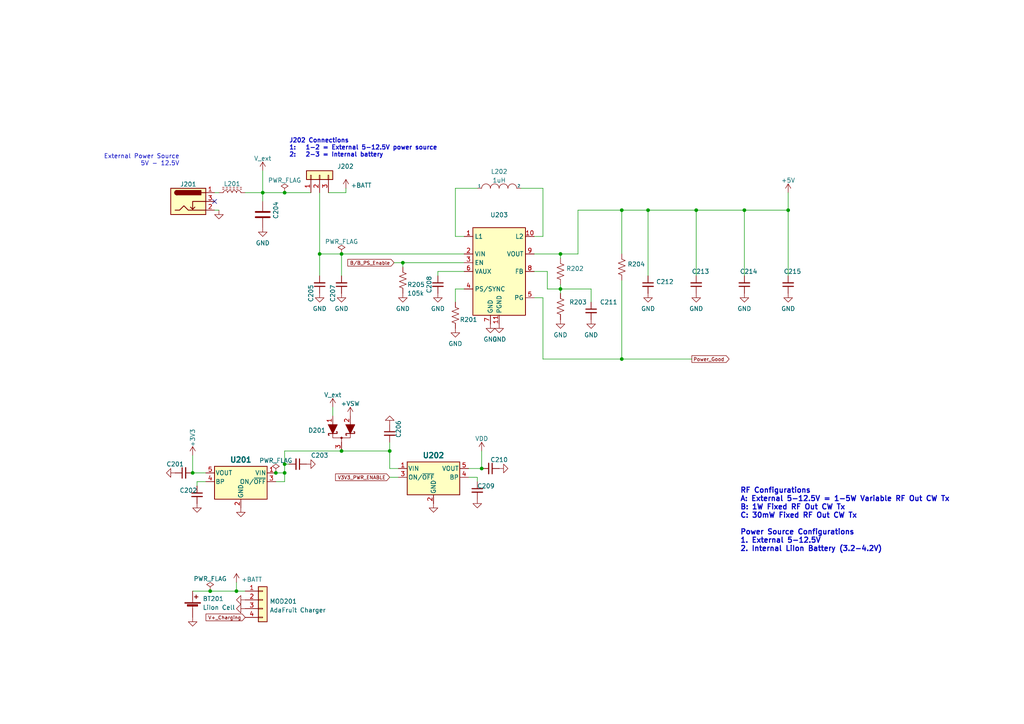
<source format=kicad_sch>
(kicad_sch (version 20211123) (generator eeschema)
  (paper "A4")
  (title_block (title "SignalSlinger Design") (date "2023-06-20") (rev "1.0"))
  (lib_symbols
    (symbol "Connector:Barrel_Jack_Switch" (pin_names hide)
      (property "Reference" "J" (at 0 5.334 0))
      (property "Value" "Barrel_Jack_Switch" (at 0 -5.08 0))
      (symbol "Barrel_Jack_Switch_0_1"
        (rectangle (start -5.08 3.81) (end 5.08 -3.81) (stroke (width 0.254)) (fill (type background)))
        (arc (start -3.302 3.175) (mid -3.937 2.54) (end -3.302 1.905) (stroke (width 0.254)))
        (arc (start -3.302 3.175) (mid -3.937 2.54) (end -3.302 1.905) (stroke (width 0.254)) (fill (type outline)))
        (polyline (pts (xy 1.27 -2.286) (xy 1.905 -1.651)) (stroke (width 0.254)))
        (polyline (pts (xy 5.08 2.54) (xy 3.81 2.54)) (stroke (width 0.254)))
        (polyline (pts (xy 5.08 0) (xy 1.27 0) (xy 1.27 -2.286) (xy 0.635 -1.651)) (stroke (width 0.254)))
        (polyline (pts (xy -3.81 -2.54) (xy -2.54 -2.54) (xy -1.27 -1.27) (xy 0 -2.54) (xy 2.54 -2.54) (xy 5.08 -2.54)) (stroke (width 0.254)))
        (rectangle (start 3.683 3.175) (end -3.302 1.905) (stroke (width 0.254)) (fill (type outline)))
      )
      (symbol "Barrel_Jack_Switch_1_1"
        (pin passive line (at 7.62 2.54 180) (length 2.54) (name "~") (number "1"))
        (pin passive line (at 7.62 -2.54 180) (length 2.54) (name "~") (number "2"))
        (pin passive line (at 7.62 0 180) (length 2.54) (name "~") (number "3"))
      )
    )
    (symbol "Connector_Generic:Conn_01x03" (pin_names (offset 1.016) hide)
      (property "Reference" "J" (at 0 5.08 0))
      (property "Value" "Conn_01x03" (at 0 -5.08 0))
      (symbol "Conn_01x03_1_1"
        (rectangle (start -1.27 -2.413) (end 0 -2.667) (stroke (width 0.1524)))
        (rectangle (start -1.27 0.127) (end 0 -0.127) (stroke (width 0.1524)))
        (rectangle (start -1.27 2.667) (end 0 2.413) (stroke (width 0.1524)))
        (rectangle (start -1.27 3.81) (end 1.27 -3.81) (stroke (width 0.254)) (fill (type background)))
        (pin passive line (at -5.08 2.54 0) (length 3.81) (name "Pin_1") (number "1"))
        (pin passive line (at -5.08 0 0) (length 3.81) (name "Pin_2") (number "2"))
        (pin passive line (at -5.08 -2.54 0) (length 3.81) (name "Pin_3") (number "3"))
      )
    )
    (symbol "Connector_Generic:Conn_01x04" (pin_names (offset 1.016) hide)
      (property "Reference" "J" (at 0 5.08 0))
      (property "Value" "Conn_01x04" (at 0 -7.62 0))
      (symbol "Conn_01x04_1_1"
        (rectangle (start -1.27 -4.953) (end 0 -5.207) (stroke (width 0.1524)))
        (rectangle (start -1.27 -2.413) (end 0 -2.667) (stroke (width 0.1524)))
        (rectangle (start -1.27 0.127) (end 0 -0.127) (stroke (width 0.1524)))
        (rectangle (start -1.27 2.667) (end 0 2.413) (stroke (width 0.1524)))
        (rectangle (start -1.27 3.81) (end 1.27 -6.35) (stroke (width 0.254)) (fill (type background)))
        (pin passive line (at -5.08 2.54 0) (length 3.81) (name "Pin_1") (number "1"))
        (pin passive line (at -5.08 0 0) (length 3.81) (name "Pin_2") (number "2"))
        (pin passive line (at -5.08 -2.54 0) (length 3.81) (name "Pin_3") (number "3"))
        (pin passive line (at -5.08 -5.08 0) (length 3.81) (name "Pin_4") (number "4"))
      )
    )
    (symbol "Device:Battery_Cell" (pin_numbers hide) (pin_names (offset 0) hide)
      (property "Reference" "BT201" (at 2.921 2.8667 0))
      (property "Value" "LiIon Cell" (at 2.921 0.3298 0))
      (symbol "Battery_Cell_0_1"
        (rectangle (start -2.286 1.778) (end 2.286 1.524) (fill (type outline)))
        (rectangle (start -1.5748 1.1938) (end 1.4732 0.6858) (fill (type outline)))
        (polyline (pts (xy 0 0.762) (xy 0 0)))
        (polyline (pts (xy 0 1.778) (xy 0 2.54)))
        (polyline (pts (xy 0.508 3.429) (xy 1.524 3.429)) (stroke (width 0.254)))
        (polyline (pts (xy 1.016 3.937) (xy 1.016 2.921)) (stroke (width 0.254)))
      )
      (symbol "Battery_Cell_1_1"
        (pin passive line (at 0 -2.54 90) (length 2.54) (name "-") (number "1"))
        (pin passive line (at 0 5.08 270) (length 2.54) (name "+") (number "2"))
      )
    )
    (symbol "Device:C" (pin_numbers hide) (pin_names (offset 0.254))
      (property "Reference" "C" (at 0.635 2.54 0))
      (property "Value" "C" (at 0.635 -2.54 0))
      (symbol "C_0_1"
        (polyline (pts (xy -2.032 -0.762) (xy 2.032 -0.762)) (stroke (width 0.508)))
        (polyline (pts (xy -2.032 0.762) (xy 2.032 0.762)) (stroke (width 0.508)))
      )
      (symbol "C_1_1"
        (pin passive line (at 0 3.81 270) (length 2.794) (name "~") (number "1"))
        (pin passive line (at 0 -3.81 90) (length 2.794) (name "~") (number "2"))
      )
    )
    (symbol "Device:C_Small" (pin_numbers hide) (pin_names (offset 0.254) hide)
      (property "Reference" "C" (at 0.254 1.778 0))
      (property "Value" "C_Small" (at 0.254 -2.032 0))
      (symbol "C_Small_0_1"
        (polyline (pts (xy -1.524 -0.508) (xy 1.524 -0.508)) (stroke (width 0.3302)))
        (polyline (pts (xy -1.524 0.508) (xy 1.524 0.508)) (stroke (width 0.3048)))
      )
      (symbol "C_Small_1_1"
        (pin passive line (at 0 2.54 270) (length 2.032) (name "~") (number "1"))
        (pin passive line (at 0 -2.54 90) (length 2.032) (name "~") (number "2"))
      )
    )
    (symbol "Device:D_Schottky_Dual_CommonCathode_AAK_Parallel" (pin_names (offset 0.762) hide)
      (property "Reference" "D" (at 0 5.08 0))
      (property "Value" "D_Schottky_Dual_CommonCathode_AAK_Parallel" (at 0 -5.08 0))
      (symbol "D_Schottky_Dual_CommonCathode_AAK_Parallel_0_1"
        (polyline (pts (xy 1.27 0) (xy 2.54 0)))
        (polyline (pts (xy -2.54 -2.54) (xy 1.27 -2.54) (xy 1.27 2.54) (xy -2.54 2.54)))
        (polyline (pts (xy -2.54 -1.27) (xy 0 -2.54) (xy -2.54 -3.81) (xy -2.54 -1.27) (xy -2.54 -1.27) (xy -2.54 -1.27)) (stroke (width 0.254)) (fill (type outline)))
        (polyline (pts (xy -2.54 3.81) (xy 0 2.54) (xy -2.54 1.27) (xy -2.54 3.81) (xy -2.54 3.81) (xy -2.54 3.81)) (stroke (width 0.254)) (fill (type outline)))
        (polyline (pts (xy 0.508 -1.524) (xy 0.508 -1.27) (xy 0 -1.27) (xy 0 -3.81) (xy -0.508 -3.81) (xy -0.508 -3.556)) (stroke (width 0.254)))
        (polyline (pts (xy 0.508 3.556) (xy 0.508 3.81) (xy 0 3.81) (xy 0 1.27) (xy -0.508 1.27) (xy -0.508 1.524)) (stroke (width 0.254)))
        (circle (center 1.27 0) (radius 0.254) (fill (type outline)))
        (pin passive line (at -5.08 2.54 0) (length 2.54) (name "K") (number "1"))
        (pin passive line (at -5.08 -2.54 0) (length 2.54) (name "K") (number "2"))
        (pin passive line (at 5.08 0 180) (length 2.54) (name "A") (number "3"))
      )
    )
    (symbol "Device:L_Ferrite" (pin_numbers hide) (pin_names (offset 1.016) hide)
      (property "Reference" "L" (at -1.27 0 90))
      (property "Value" "L_Ferrite" (at 2.794 0 90))
      (symbol "L_Ferrite_0_1"
        (arc (start 0 -2.54) (mid 0.635 -1.905) (end 0 -1.27))
        (arc (start 0 -1.27) (mid 0.635 -0.635) (end 0 0))
        (polyline (pts (xy 1.016 -2.794) (xy 1.016 -2.286)))
        (polyline (pts (xy 1.016 -1.778) (xy 1.016 -1.27)))
        (polyline (pts (xy 1.016 -0.762) (xy 1.016 -0.254)))
        (polyline (pts (xy 1.016 0.254) (xy 1.016 0.762)))
        (polyline (pts (xy 1.016 1.27) (xy 1.016 1.778)))
        (polyline (pts (xy 1.016 2.286) (xy 1.016 2.794)))
        (polyline (pts (xy 1.524 -2.286) (xy 1.524 -2.794)))
        (polyline (pts (xy 1.524 -1.27) (xy 1.524 -1.778)))
        (polyline (pts (xy 1.524 -0.254) (xy 1.524 -0.762)))
        (polyline (pts (xy 1.524 0.762) (xy 1.524 0.254)))
        (polyline (pts (xy 1.524 1.778) (xy 1.524 1.27)))
        (polyline (pts (xy 1.524 2.794) (xy 1.524 2.286)))
        (arc (start 0 0) (mid 0.635 0.635) (end 0 1.27))
        (arc (start 0 1.27) (mid 0.635 1.905) (end 0 2.54))
      )
      (symbol "L_Ferrite_1_1"
        (pin passive line (at 0 3.81 270) (length 1.27) (name "1") (number "1"))
        (pin passive line (at 0 -3.81 90) (length 1.27) (name "2") (number "2"))
      )
    )
    (symbol "Device:R_Small_US" (pin_numbers hide) (pin_names (offset 0.254) hide)
      (property "Reference" "R" (at 0.762 0.508 0))
      (property "Value" "R_Small_US" (at 0.762 -1.016 0))
      (symbol "R_Small_US_1_1"
        (polyline (pts (xy 0 -0.762) (xy 1.016 -1.143) (xy 0 -1.524) (xy -1.016 -1.905) (xy 0 -2.286)))
        (polyline (pts (xy 0 0.762) (xy 1.016 0.381) (xy 0 0) (xy -1.016 -0.381) (xy 0 -0.762)))
        (polyline (pts (xy 0 2.286) (xy 1.016 1.905) (xy 0 1.524) (xy -1.016 1.143) (xy 0 0.762)))
        (pin passive line (at 0 3.81 270) (length 1.5) (name "~") (number "1"))
        (pin passive line (at 0 -3.81 90) (length 1.5) (name "~") (number "2"))
      )
    )
    (symbol "Regulator_Linear:LP2985-3.3" (pin_names (offset 0.254))
      (property "Reference" "U" (at -6.35 5.715 0))
      (property "Value" "LP2985-3.3" (at 0 5.715 0))
      (symbol "LP2985-3.3_0_1"
        (rectangle (start -7.62 -5.08) (end 7.62 4.445) (stroke (width 0.254)) (fill (type background)))
      )
      (symbol "LP2985-3.3_1_1"
        (pin power_in line (at -10.16 2.54 0) (length 2.54) (name "VIN") (number "1"))
        (pin power_in line (at 0 -7.62 90) (length 2.54) (name "GND") (number "2"))
        (pin input line (at -10.16 0 0) (length 2.54) (name "ON/~{OFF}") (number "3"))
        (pin input line (at 10.16 0 180) (length 2.54) (name "BP") (number "4"))
        (pin power_out line (at 10.16 2.54 180) (length 2.54) (name "VOUT") (number "5"))
      )
    )
    (symbol "Regulator_Switching:TPS63060"
      (property "Reference" "U201" (at 0 16.3998 0))
      (property "Value" "TPS63060" (at 0 13.8629 0))
      (symbol "TPS63060_0_1"
        (rectangle (start -7.62 12.7) (end 7.62 -12.7) (stroke (width 0.254)) (fill (type background)))
      )
      (symbol "TPS63060_1_1"
        (pin passive line (at -10.16 10.16 0) (length 2.54) (name "L1") (number "1"))
        (pin passive line (at 10.16 10.16 180) (length 2.54) (name "L2") (number "10"))
        (pin power_in line (at 0 -15.24 90) (length 2.54) (name "PGND") (number "11"))
        (pin power_in line (at -10.16 5.08 0) (length 2.54) (name "VIN") (number "2"))
        (pin input line (at -10.16 2.54 0) (length 2.54) (name "EN") (number "3"))
        (pin input line (at -10.16 -5.08 0) (length 2.54) (name "PS/SYNC") (number "4"))
        (pin output line (at 10.16 -7.62 180) (length 2.54) (name "PG") (number "5"))
        (pin passive line (at -10.16 0 0) (length 2.54) (name "VAUX") (number "6"))
        (pin power_in line (at -2.54 -15.24 90) (length 2.54) (name "GND") (number "7"))
        (pin input line (at 10.16 0 180) (length 2.54) (name "FB") (number "8"))
        (pin power_out line (at 10.16 5.08 180) (length 2.54) (name "VOUT") (number "9"))
      )
    )
    (symbol "power:+3V3" (power) (pin_names (offset 0))
      (property "Value" "+3V3" (at 0 3.556 0))
      (symbol "+3V3_0_1"
        (polyline (pts (xy -0.762 1.27) (xy 0 2.54)))
        (polyline (pts (xy 0 0) (xy 0 2.54)))
        (polyline (pts (xy 0 2.54) (xy 0.762 1.27)))
      )
      (symbol "+3V3_1_1"
        (pin power_in line (at 0 0 90) (length 0) hide (name "+3V3") (number "1"))
      )
    )
    (symbol "power:+5V" (power) (pin_names (offset 0))
      (property "Value" "+5V" (at 0 3.556 0))
      (symbol "+5V_0_1"
        (polyline (pts (xy -0.762 1.27) (xy 0 2.54)))
        (polyline (pts (xy 0 0) (xy 0 2.54)))
        (polyline (pts (xy 0 2.54) (xy 0.762 1.27)))
      )
      (symbol "+5V_1_1"
        (pin power_in line (at 0 0 90) (length 0) hide (name "+5V") (number "1"))
      )
    )
    (symbol "power:+BATT" (power) (pin_names (offset 0))
      (property "Value" "+BATT" (at 0 3.556 0))
      (symbol "+BATT_0_1"
        (polyline (pts (xy -0.762 1.27) (xy 0 2.54)))
        (polyline (pts (xy 0 0) (xy 0 2.54)))
        (polyline (pts (xy 0 2.54) (xy 0.762 1.27)))
      )
      (symbol "+BATT_1_1"
        (pin power_in line (at 0 0 90) (length 0) hide (name "+BATT") (number "1"))
      )
    )
    (symbol "power:+VSW" (power) (pin_names (offset 0))
      (property "Value" "+VSW" (at 0 3.556 0))
      (symbol "+VSW_0_1"
        (polyline (pts (xy -0.762 1.27) (xy 0 2.54)))
        (polyline (pts (xy 0 0) (xy 0 2.54)))
        (polyline (pts (xy 0 2.54) (xy 0.762 1.27)))
      )
      (symbol "+VSW_1_1"
        (pin power_in line (at 0 0 90) (length 0) hide (name "+VSW") (number "1"))
      )
    )
    (symbol "power:GND" (power) (pin_names (offset 0))
      (property "Value" "GND" (at 0 -3.81 0))
      (symbol "GND_0_1"
        (polyline (pts (xy 0 0) (xy 0 -1.27) (xy 1.27 -1.27) (xy 0 -2.54) (xy -1.27 -1.27) (xy 0 -1.27)))
      )
      (symbol "GND_1_1"
        (pin power_in line (at 0 0 270) (length 0) hide (name "GND") (number "1"))
      )
    )
    (symbol "power:PWR_FLAG" (power) (pin_numbers hide) (pin_names (offset 0) hide)
      (property "Value" "PWR_FLAG" (at 0 3.81 0))
      (symbol "PWR_FLAG_0_0"
        (pin power_out line (at 0 0 90) (length 0) (name "pwr") (number "1"))
      )
      (symbol "PWR_FLAG_0_1"
        (polyline (pts (xy 0 0) (xy 0 1.27) (xy -1.016 1.905) (xy 0 2.54) (xy 1.016 1.905) (xy 0 1.27)))
      )
    )
    (symbol "power:VDD" (power) (pin_names (offset 0))
      (property "Value" "VDD" (at 0 3.81 0))
      (symbol "VDD_0_1"
        (polyline (pts (xy -0.762 1.27) (xy 0 2.54)))
        (polyline (pts (xy 0 0) (xy 0 2.54)))
        (polyline (pts (xy 0 2.54) (xy 0.762 1.27)))
      )
      (symbol "VDD_1_1"
        (pin power_in line (at 0 0 90) (length 0) hide (name "VDD") (number "1"))
      )
    )
    (symbol "power:V_ext" (power) (pin_names (offset 0))
      (property "Value" "V_ext" (at 0 3.5758 0))
      (symbol "V_ext_0_1"
        (polyline (pts (xy -0.762 1.27) (xy 0 2.54)))
        (polyline (pts (xy 0 0) (xy 0 2.54)))
        (polyline (pts (xy 0 2.54) (xy 0.762 1.27)))
      )
      (symbol "V_ext_1_1"
        (pin power_in line (at 0 0 90) (length 0) hide (name "V_ext") (number "1"))
      )
    )
    (symbol "pspice:INDUCTOR" (pin_numbers hide) (pin_names (offset 0))
      (property "Reference" "L" (at 0 2.54 0))
      (property "Value" "INDUCTOR" (at 0 -1.27 0))
      (symbol "INDUCTOR_0_1"
        (arc (start -2.54 0) (mid -3.81 1.27) (end -5.08 0))
        (arc (start 0 0) (mid -1.27 1.27) (end -2.54 0))
        (arc (start 2.54 0) (mid 1.27 1.27) (end 0 0))
        (arc (start 5.08 0) (mid 3.81 1.27) (end 2.54 0))
      )
      (symbol "INDUCTOR_1_1"
        (pin input line (at -6.35 0 0) (length 1.27) (name "1") (number "1"))
        (pin input line (at 6.35 0 180) (length 1.27) (name "2") (number "2"))
      )
    )
  )
  (junction (at 187.96 60.96))
  (junction (at 228.6 60.96))
  (junction (at 99.06 130.81))
  (junction (at 76.2 55.88))
  (junction (at 180.34 60.96))
  (junction (at 99.06 73.66))
  (junction (at 201.93 60.96))
  (junction (at 139.7 135.89))
  (junction (at 113.03 130.81))
  (junction (at 60.96 171.45))
  (junction (at 80.01 137.16))
  (junction (at 92.71 73.66))
  (junction (at 162.56 83.82))
  (junction (at 162.56 73.66))
  (junction (at 215.9 60.96))
  (junction (at 116.84 76.2))
  (junction (at 68.58 171.45))
  (junction (at 82.55 134.62))
  (junction (at 55.88 137.16))
  (junction (at 82.55 55.88))
  (junction (at 180.34 104.14))
  (junction (at 82.55 137.16))
  (no_connect (at 62.23 58.42))
  (wire (pts (xy 162.56 73.66) (xy 162.56 74.93)))
  (wire (pts (xy 158.75 83.82) (xy 162.56 83.82)))
  (wire (pts (xy 180.34 81.28) (xy 180.34 104.14)))
  (wire (pts (xy 127 78.74) (xy 134.62 78.74)))
  (wire (pts (xy 55.88 132.08) (xy 55.88 137.16)))
  (wire (pts (xy 134.62 68.58) (xy 132.08 68.58)))
  (wire (pts (xy 162.56 83.82) (xy 171.45 83.82)))
  (wire (pts (xy 82.55 55.88) (xy 90.17 55.88)))
  (wire (pts (xy 215.9 60.96) (xy 228.6 60.96)))
  (wire (pts (xy 132.08 68.58) (xy 132.08 54.61)))
  (wire (pts (xy 138.43 139.7) (xy 138.43 138.43)))
  (wire (pts (xy 167.64 73.66) (xy 167.64 60.96)))
  (wire (pts (xy 80.01 139.7) (xy 82.55 139.7)))
  (wire (pts (xy 180.34 60.96) (xy 180.34 73.66)))
  (wire (pts (xy 158.75 78.74) (xy 158.75 83.82)))
  (wire (pts (xy 83.82 134.62) (xy 82.55 134.62)))
  (wire (pts (xy 71.12 55.88) (xy 76.2 55.88)))
  (wire (pts (xy 92.71 73.66) (xy 92.71 80.01)))
  (wire (pts (xy 171.45 87.63) (xy 171.45 83.82)))
  (wire (pts (xy 68.58 171.45) (xy 71.12 171.45)))
  (wire (pts (xy 57.15 140.97) (xy 57.15 139.7)))
  (wire (pts (xy 200.66 104.14) (xy 180.34 104.14)))
  (wire (pts (xy 162.56 73.66) (xy 167.64 73.66)))
  (wire (pts (xy 154.94 73.66) (xy 162.56 73.66)))
  (wire (pts (xy 134.62 76.2) (xy 116.84 76.2)))
  (wire (pts (xy 154.94 78.74) (xy 158.75 78.74)))
  (wire (pts (xy 154.94 68.58) (xy 157.48 68.58)))
  (wire (pts (xy 162.56 83.82) (xy 162.56 85.09)))
  (wire (pts (xy 180.34 60.96) (xy 187.96 60.96)))
  (wire (pts (xy 132.08 87.63) (xy 132.08 83.82)))
  (wire (pts (xy 187.96 60.96) (xy 187.96 80.01)))
  (wire (pts (xy 116.84 76.2) (xy 114.3 76.2)))
  (wire (pts (xy 113.03 135.89) (xy 115.57 135.89)))
  (wire (pts (xy 167.64 60.96) (xy 180.34 60.96)))
  (wire (pts (xy 127 80.01) (xy 127 78.74)))
  (wire (pts (xy 57.15 139.7) (xy 59.69 139.7)))
  (wire (pts (xy 132.08 83.82) (xy 134.62 83.82)))
  (wire (pts (xy 116.84 76.2) (xy 116.84 77.47)))
  (wire (pts (xy 76.2 55.88) (xy 76.2 58.42)))
  (wire (pts (xy 82.55 137.16) (xy 80.01 137.16)))
  (wire (pts (xy 132.08 54.61) (xy 138.43 54.61)))
  (wire (pts (xy 55.88 171.45) (xy 60.96 171.45)))
  (wire (pts (xy 60.96 171.45) (xy 68.58 171.45)))
  (wire (pts (xy 138.43 138.43) (xy 135.89 138.43)))
  (wire (pts (xy 139.7 130.81) (xy 139.7 135.89)))
  (wire (pts (xy 62.23 60.96) (xy 63.5 60.96)))
  (wire (pts (xy 113.03 128.27) (xy 113.03 130.81)))
  (wire (pts (xy 162.56 82.55) (xy 162.56 83.82)))
  (wire (pts (xy 157.48 68.58) (xy 157.48 54.61)))
  (wire (pts (xy 113.03 138.43) (xy 115.57 138.43)))
  (wire (pts (xy 228.6 60.96) (xy 228.6 80.01)))
  (wire (pts (xy 157.48 86.36) (xy 154.94 86.36)))
  (wire (pts (xy 157.48 86.36) (xy 157.48 104.14)))
  (wire (pts (xy 76.2 49.53) (xy 76.2 55.88)))
  (wire (pts (xy 82.55 137.16) (xy 82.55 139.7)))
  (wire (pts (xy 157.48 104.14) (xy 180.34 104.14)))
  (wire (pts (xy 228.6 55.88) (xy 228.6 60.96)))
  (wire (pts (xy 157.48 54.61) (xy 151.13 54.61)))
  (wire (pts (xy 113.03 130.81) (xy 113.03 135.89)))
  (wire (pts (xy 62.23 55.88) (xy 63.5 55.88)))
  (wire (pts (xy 95.25 55.88) (xy 100.33 55.88)))
  (wire (pts (xy 82.55 130.81) (xy 82.55 134.62)))
  (wire (pts (xy 99.06 73.66) (xy 99.06 80.01)))
  (wire (pts (xy 201.93 60.96) (xy 215.9 60.96)))
  (wire (pts (xy 96.52 118.11) (xy 96.52 120.65)))
  (wire (pts (xy 59.69 137.16) (xy 55.88 137.16)))
  (wire (pts (xy 135.89 135.89) (xy 139.7 135.89)))
  (wire (pts (xy 201.93 60.96) (xy 201.93 80.01)))
  (wire (pts (xy 100.33 55.88) (xy 100.33 54.61)))
  (wire (pts (xy 99.06 130.81) (xy 82.55 130.81)))
  (wire (pts (xy 76.2 55.88) (xy 82.55 55.88)))
  (wire (pts (xy 68.58 168.91) (xy 68.58 171.45)))
  (wire (pts (xy 215.9 60.96) (xy 215.9 80.01)))
  (wire (pts (xy 99.06 73.66) (xy 134.62 73.66)))
  (wire (pts (xy 82.55 134.62) (xy 82.55 137.16)))
  (wire (pts (xy 92.71 73.66) (xy 92.71 55.88)))
  (wire (pts (xy 99.06 73.66) (xy 92.71 73.66)))
  (wire (pts (xy 187.96 60.96) (xy 201.93 60.96)))
  (wire (pts (xy 113.03 130.81) (xy 99.06 130.81)))
  (text "External Power Source\n5V - 12.5V" (at 52.07 48.26 180) (effects (font (size 1.27 1.27)) (justify right bottom)))
  (text "J202 Connections\n1:   1-2 = External 5-12.5V power source\n2:   2-3 = Internal battery" (at 83.82 45.72 0) (effects (font (size 1.27 1.27) (thickness 0.254) bold) (justify left bottom)))
  (text "RF Configurations\nA: External 5-12.5V = 1-5W Variable RF Out CW Tx\nB: 1W Fixed RF Out CW Tx\nC: 30mW Fixed RF Out CW Tx\n\nPower Source Configurations\n1. External 5-12.5V\n2. Internal LiIon Battery (3.2-4.2V)\n\n" (at 214.63 162.56 0) (effects (font (size 1.5 1.5) (thickness 0.3) bold) (justify left bottom)))
  (global_label "V3V3_PWR_ENABLE" (shape input) (at 113.03 138.43 180) (effects (font (size 1 1))) (property "Intersheet References" "${INTERSHEET_REFS}" (effects hide)))
  (global_label "B{slash}B_PS_Enable" (shape input) (at 114.3 76.2 180) (effects (font (size 1 1))) (property "Intersheet References" "${INTERSHEET_REFS}" (effects hide)))
  (global_label "Power_Good" (shape output) (at 200.66 104.14 0) (effects (font (size 1 1))) (property "Intersheet References" "${INTERSHEET_REFS}" (effects hide)))
  (global_label "V+_Charging" (shape input) (at 71.12 179.07 180) (effects (font (size 1 1))) (property "Intersheet References" "${INTERSHEET_REFS}" (effects hide)))
  (symbol (lib_id "Device:C_Small") (at 201.93 82.55 180) (unit 1)
    (property "Reference" "C213" (at 205.74 78.74 0) (effects (justify left)))
    (property "Digi-Key Part No." "1276-3373-1-ND" (effects hide))
    (property "Link" "https://www.digikey.com/products/en?keywords=1276-3373-1-ND" (effects hide))
    (property "Manufacturer" "Samsung Electro-Mechanics" (effects hide))
    (property "Manufacturer PN" "CL32A226MAJNNNE" (effects hide))
    (property "Description" "CAP CER 22UF 25V X5R 1210" (effects hide))
    (property "LCSC Part Number" "C337455" (effects hide))
  )
  (symbol (lib_id "power:V_ext") (at 96.52 118.11 0) (unit 1)
    (property "Reference" "#PWR0213" (effects hide))
    (property "Value" "V_ext" (at 96.52 114.5342 0))
  )
  (symbol (lib_id "Device:R_Small_US") (at 132.08 91.44 0) (unit 1)
    (property "Reference" "R201" (at 133.35 92.71 0) (effects (justify left)))
    (property "Digi-Key Part No." "311-105KCRCT-ND" (effects hide))
    (property "Link" "https://www.digikey.com/en/products/detail/yageo/RC0805FR-07105KL/727548" (effects hide))
    (property "Manufacturer" "YAGEO" (effects hide))
    (property "Manufacturer PN" "RC0805FR-07105KL" (effects hide))
    (property "Description" "RES 105K OHM 1% 1/8W 0805" (effects hide))
    (property "LCSC Part Number" "C273877" (effects hide))
  )
  (symbol (lib_id "Device:Battery_Cell") (at 55.88 176.53 0) (unit 1)
    (property "Reference" "BT201" (at 58.801 173.6633 0) (effects (justify left)))
    (property "Value" "LiIon Cell" (at 58.801 176.2002 0) (effects (justify left)))
    (property "Footprint" "Connector_Wire:SolderWire-0.5sqmm_1x02_P4.6mm_D0.9mm_OD2.1mm" (effects hide))
  )
  (symbol (lib_id "power:GND") (at 69.85 147.32 0) (mirror y) (unit 1)
    (property "Reference" "#PWR0206" (effects hide))
    (property "Value" "GND" (effects hide))
  )
  (symbol (lib_id "power:PWR_FLAG") (at 99.06 73.66 0) (unit 1)
    (property "Reference" "#FLG0204" (effects hide))
    (property "Value" "PWR_FLAG" (at 99.06 70.0842 0))
  )
  (symbol (lib_id "pspice:INDUCTOR") (at 144.78 54.61 0) (unit 1)
    (property "Reference" "L202" (at 144.78 49.7672 0))
    (property "Value" "1uH" (at 144.78 52.3041 0))
    (property "Footprint" "Inductor_SMD:L_Bourns_SRN5040TA" (effects hide))
    (property "Digi-Key Part No." "SRN5040TA-1R0MCT-ND" (effects hide))
    (property "Link" "https://www.digikey.com/en/products/detail/bourns-inc/SRN5040TA-1R0M/9653870" (effects hide))
    (property "Manufacturer" "Bourns Inc." (effects hide))
    (property "Manufacturer PN" "SRN5040TA-1R0M" (effects hide))
    (property "Description" "FIXED IND 1UH 5A 12 MOHM SMD" (effects hide))
  )
  (symbol (lib_id "Device:C_Small") (at 86.36 134.62 270) (unit 1)
    (property "Reference" "C203" (at 92.71 132.08 90))
    (property "Digi-Key Part No." "445-14418-1-ND" (effects hide))
    (property "Manufacturer" "TDK Corporation" (effects hide))
    (property "Manufacturer PN" "C2012X5R1V106K125AC" (effects hide))
    (property "Description" "CAP CER 10UF 35V X5R 0805" (effects hide))
    (property "Link" "https://www.digikey.com/short/p8qdn4mp" (effects hide))
    (property "LCSC Part Number" "C3843628" (effects hide))
  )
  (symbol (lib_id "power:VDD") (at 139.7 130.81 0) (unit 1)
    (property "Reference" "#PWR0223" (effects hide))
    (property "Value" "VDD" (at 139.7 127.2342 0))
  )
  (symbol (lib_id "power:+3V3") (at 55.88 132.08 0) (mirror y) (unit 1)
    (property "Reference" "#PWR0202" (effects hide))
    (property "Value" "+3V3" (at 55.88 127 90))
  )
  (symbol (lib_id "Device:C_Small") (at 113.03 125.73 0) (mirror y) (unit 1)
    (property "Reference" "C206" (at 115.57 124.46 90))
    (property "Digi-Key Part No." "445-14418-1-ND" (effects hide))
    (property "Manufacturer" "TDK Corporation" (effects hide))
    (property "Manufacturer PN" "C2012X5R1V106K125AC" (effects hide))
    (property "Description" "CAP CER 10UF 35V X5R 0805" (effects hide))
    (property "Link" "https://www.digikey.com/short/p8qdn4mp" (effects hide))
    (property "LCSC Part Number" "C3843628" (effects hide))
  )
  (symbol (lib_id "power:GND") (at 228.6 85.09 0) (unit 1)
    (property "Reference" "#PWR0233" (effects hide))
    (property "Value" "GND" (at 228.6 89.5334 0))
  )
  (symbol (lib_id "power:GND") (at 71.12 173.99 270) (unit 1)
    (property "Reference" "#PWR0207" (effects hide))
    (property "Value" "GND" (effects hide))
  )
  (symbol (lib_id "Device:R_Small_US") (at 162.56 88.9 0) (unit 1)
    (property "Reference" "R203" (at 165.1 87.63 0) (effects (justify left)))
    (property "Digi-Key Part No." "311-105KCRCT-ND" (effects hide))
    (property "Link" "https://www.digikey.com/en/products/detail/yageo/RC0805FR-07105KL/727548" (effects hide))
    (property "Manufacturer" "YAGEO" (effects hide))
    (property "Manufacturer PN" "RC0805FR-07105KL" (effects hide))
    (property "Description" "RES 105K OHM 1% 1/8W 0805" (effects hide))
    (property "LCSC Part Number" "C273877" (effects hide))
  )
  (symbol (lib_id "power:PWR_FLAG") (at 60.96 171.45 0) (unit 1)
    (property "Reference" "#FLG0201" (effects hide))
    (property "Value" "PWR_FLAG" (at 60.96 167.8742 0))
  )
  (symbol (lib_id "Device:D_Schottky_Dual_CommonCathode_AAK_Parallel") (at 99.06 125.73 90) (mirror x) (unit 1)
    (property "Reference" "D201" (at 94.488 124.8318 90) (effects (justify left)))
    (property "Digi-Key Part No." "1727-2902-1-ND " (effects hide))
    (property "Link" "https://www.digikey.com/en/products/detail/nexperia-usa-inc/BAT54C-215/763216" (effects hide))
    (property "Manufacturer" "Nexperia USA Inc." (effects hide))
    (property "Manufacturer PN" "BAT54C,215" (effects hide))
    (property "Description" "DIODE ARRAY SCHOTTKY 30V SOT23" (effects hide))
    (property "LCSC Part Number" "C37704" (effects hide))
  )
  (symbol (lib_id "power:GND") (at 138.43 144.78 0) (unit 1)
    (property "Reference" "#PWR0222" (effects hide))
    (property "Value" "GND" (effects hide))
  )
  (symbol (lib_id "Device:C_Small") (at 92.71 82.55 0) (mirror x) (unit 1)
    (property "Reference" "C205" (at 90.17 85.09 90))
    (property "Digi-Key Part No." "445-14418-1-ND" (effects hide))
    (property "Manufacturer" "TDK Corporation" (effects hide))
    (property "Manufacturer PN" "C2012X5R1V106K125AC" (effects hide))
    (property "Description" "CAP CER 10UF 35V X5R 0805" (effects hide))
    (property "Link" "https://www.digikey.com/short/p8qdn4mp" (effects hide))
    (property "LCSC Part Number" "C3843628" (effects hide))
  )
  (symbol (lib_id "power:GND") (at 132.08 95.25 0) (unit 1)
    (property "Reference" "#PWR0221" (effects hide))
    (property "Value" "GND" (at 132.08 99.6934 0))
  )
  (symbol (lib_id "power:GND") (at 99.06 85.09 0) (unit 1)
    (property "Reference" "#PWR0217" (effects hide))
    (property "Value" "GND" (at 99.06 89.5334 0))
  )
  (symbol (lib_id "power:GND") (at 113.03 123.19 180) (unit 1)
    (property "Reference" "#PWR0216" (effects hide))
    (property "Value" "GND" (effects hide))
  )
  (symbol (lib_id "power:GND") (at 127 85.09 0) (unit 1)
    (property "Reference" "#PWR0220" (effects hide))
    (property "Value" "GND" (at 127 89.5334 0))
  )
  (symbol (lib_id "power:GND") (at 55.88 179.07 0) (mirror y) (unit 1)
    (property "Reference" "#PWR0203" (effects hide))
    (property "Value" "GND" (effects hide))
  )
  (symbol (lib_id "power:GND") (at 63.5 60.96 0) (unit 1)
    (property "Reference" "#PWR0209" (effects hide))
    (property "Value" "GND" (effects hide))
  )
  (symbol (lib_id "power:GND") (at 125.73 146.05 0) (unit 1)
    (property "Reference" "#PWR0219" (effects hide))
    (property "Value" "GND" (effects hide))
  )
  (symbol (lib_id "power:GND") (at 144.78 93.98 0) (unit 1)
    (property "Reference" "#PWR0226" (effects hide))
    (property "Value" "GND" (at 144.78 98.4234 0))
  )
  (symbol (lib_id "power:GND") (at 88.9 134.62 90) (mirror x) (unit 1)
    (property "Reference" "#PWR0210" (effects hide))
    (property "Value" "GND" (effects hide))
  )
  (symbol (lib_id "Device:C_Small") (at 228.6 82.55 180) (unit 1)
    (property "Reference" "C215" (at 232.41 78.74 0) (effects (justify left)))
    (property "Digi-Key Part No." "1276-3373-1-ND" (effects hide))
    (property "Link" "https://www.digikey.com/products/en?keywords=1276-3373-1-ND" (effects hide))
    (property "Manufacturer" "Samsung Electro-Mechanics" (effects hide))
    (property "Manufacturer PN" "CL32A226MAJNNNE" (effects hide))
    (property "Description" "CAP CER 22UF 25V X5R 1210" (effects hide))
    (property "LCSC Part Number" "C337455" (effects hide))
  )
  (symbol (lib_id "Device:C_Small") (at 53.34 137.16 90) (mirror x) (unit 1)
    (property "Reference" "C201" (at 50.8 134.62 90))
    (property "Digi-Key Part No." "445-14418-1-ND" (effects hide))
    (property "Manufacturer" "TDK Corporation" (effects hide))
    (property "Manufacturer PN" "C2012X5R1V106K125AC" (effects hide))
    (property "Description" "CAP CER 10UF 35V X5R 0805" (effects hide))
    (property "Link" "https://www.digikey.com/short/p8qdn4mp" (effects hide))
    (property "LCSC Part Number" "C3843628" (effects hide))
  )
  (symbol (lib_id "power:GND") (at 171.45 92.71 0) (unit 1)
    (property "Reference" "#PWR0228" (effects hide))
    (property "Value" "GND" (at 171.45 97.1534 0))
  )
  (symbol (lib_id "power:GND") (at 142.24 93.98 0) (unit 1)
    (property "Reference" "#PWR0225" (effects hide))
    (property "Value" "GND" (at 142.24 98.4234 0))
  )
  (symbol (lib_id "Connector_Generic:Conn_01x03") (at 92.71 50.8 90) (unit 1)
    (property "Reference" "J202" (at 97.79 48.26 90) (effects (justify right)))
    (property "Value" "Conn_01x03" (effects hide))
    (property "Footprint" "Connector_PinHeader_2.54mm:PinHeader_1x03_P2.54mm_Vertical" (effects hide))
  )
  (symbol (lib_id "Device:C_Small") (at 138.43 142.24 0) (mirror y) (unit 1)
    (property "Reference" "C209" (at 143.51 140.97 0) (effects (justify left)))
    (property "Digi-Key Part No." "399-C0805C103J5GEC7800CT-ND" (effects hide))
    (property "Manufacturer" "KEMET" (effects hide))
    (property "Manufacturer PN" "C0805C103J5GEC7800" (effects hide))
    (property "Description" "CAP CER 0805 10NF 50V C0G 5%" (effects hide))
    (property "Link" "https://www.digikey.com/short/qd893213" (effects hide))
    (property "LCSC Part Number" "C3887673" (effects hide))
  )
  (symbol (lib_id "Regulator_Linear:LP2985-3.3") (at 125.73 138.43 0) (unit 1)
    (property "Reference" "U202" (at 125.73 132.08 0) (effects (font (size 1.54 1.54) bold)))
    (property "Digi-Key Part No." "296-18479-1-ND" (effects hide))
    (property "Manufacturer" "Texas Instruments" (effects hide))
    (property "Manufacturer PN" "LP2985A-33DBVR" (effects hide))
    (property "Description" "IC REG LINEAR 3.3V 150MA SOT23-5" (effects hide))
    (property "Link" "https://www.digikey.com/short/vr2m3rjp" (effects hide))
    (property "LCSC Part Number" "C89826" (effects hide))
  )
  (symbol (lib_id "Device:C_Small") (at 142.24 135.89 270) (unit 1)
    (property "Reference" "C210" (at 144.78 133.35 90))
    (property "Digi-Key Part No." "445-14418-1-ND" (effects hide))
    (property "Manufacturer" "TDK Corporation" (effects hide))
    (property "Manufacturer PN" "C2012X5R1V106K125AC" (effects hide))
    (property "Description" "CAP CER 10UF 35V X5R 0805" (effects hide))
    (property "Link" "https://www.digikey.com/short/p8qdn4mp" (effects hide))
    (property "LCSC Part Number" "C3843628" (effects hide))
  )
  (symbol (lib_id "power:GND") (at 116.84 85.09 0) (unit 1)
    (property "Reference" "#PWR0234" (effects hide))
    (property "Value" "GND" (at 116.84 89.5334 0))
  )
  (symbol (lib_id "power:+VSW") (at 101.6 120.65 0) (mirror y) (unit 1)
    (property "Reference" "#PWR0214" (effects hide))
    (property "Value" "+VSW" (at 101.6 117.0742 0))
  )
  (symbol (lib_id "power:GND") (at 50.8 137.16 270) (unit 1)
    (property "Reference" "#PWR0201" (effects hide))
    (property "Value" "GND" (effects hide))
  )
  (symbol (lib_id "power:GND") (at 76.2 66.04 0) (unit 1)
    (property "Reference" "#PWR0212" (effects hide))
    (property "Value" "GND" (at 76.2 70.4834 0))
  )
  (symbol (lib_id "power:PWR_FLAG") (at 82.55 55.88 0) (unit 1)
    (property "Reference" "#FLG0203" (effects hide))
    (property "Value" "PWR_FLAG" (at 82.55 52.3042 0))
  )
  (symbol (lib_id "power:GND") (at 71.12 176.53 270) (unit 1)
    (property "Reference" "#PWR0208" (effects hide))
    (property "Value" "GND" (effects hide))
  )
  (symbol (lib_id "power:GND") (at 57.15 146.05 0) (mirror y) (unit 1)
    (property "Reference" "#PWR0204" (effects hide))
    (property "Value" "GND" (effects hide))
  )
  (symbol (lib_id "power:GND") (at 201.93 85.09 0) (unit 1)
    (property "Reference" "#PWR0230" (effects hide))
    (property "Value" "GND" (at 201.93 89.5334 0))
  )
  (symbol (lib_id "Device:C_Small") (at 187.96 82.55 0) (unit 1)
    (property "Reference" "C212" (at 190.2841 81.7216 0) (effects (justify left)))
    (property "Digi-Key Part No." "1276-6470-1-ND" (effects hide))
    (property "Link" "https://www.digikey.com/en/products/detail/samsung-electro-mechanics/CL21B105KBFNNNG/3894467" (effects hide))
    (property "Manufacturer" "Samsung Electro-Mechanics" (effects hide))
    (property "Manufacturer PN" "CL21B105KBFNNNG" (effects hide))
    (property "Description" "CAP CER 1UF 50V X7R 0805" (effects hide))
    (property "LCSC Part Number" "C28323" (effects hide))
  )
  (symbol (lib_id "power:+5V") (at 228.6 55.88 0) (unit 1)
    (property "Reference" "#PWR0232" (effects hide))
    (property "Value" "+5V" (at 228.6 52.3042 0))
  )
  (symbol (lib_id "Connector_Generic:Conn_01x04") (at 76.2 173.99 0) (unit 1)
    (property "Reference" "MOD201" (at 78.232 174.4253 0) (effects (justify left)))
    (property "Value" "AdaFruit Charger" (at 78.232 176.9622 0) (effects (justify left)))
    (property "Footprint" "Connector_PinHeader_2.54mm:PinHeader_1x04_P2.54mm_Vertical" (effects hide))
    (property "Digi-Key Part No." "1528-1833-ND" (effects hide))
    (property "Manufacturer" "AdaFruit" (effects hide))
    (property "Manufacturer PN" "Product ID: 1904" (effects hide))
    (property "Description" "LI-ION LI-POLYMER CHARGER BOARD" (effects hide))
    (property "Link" "https://www.digikey.com/en/products/detail/adafruit-industries-llc/1904/5054545" (effects hide))
  )
  (symbol (lib_id "power:GND") (at 144.78 135.89 90) (mirror x) (unit 1)
    (property "Reference" "#PWR0224" (effects hide))
    (property "Value" "GND" (effects hide))
  )
  (symbol (lib_id "Device:R_Small_US") (at 116.84 81.28 0) (unit 1)
    (property "Reference" "R205" (at 118.11 82.55 0) (effects (justify left)))
    (property "Value" "105k" (at 118.11 85.09 0) (effects (justify left)))
    (property "Footprint" "Resistor_SMD:R_0805_2012Metric" (effects hide))
    (property "Digi-Key Part No." "311-105KCRCT-ND" (effects hide))
    (property "Link" "https://www.digikey.com/en/products/detail/yageo/RC0805FR-07105KL/727548" (effects hide))
    (property "Manufacturer" "YAGEO" (effects hide))
    (property "Manufacturer PN" "RC0805FR-07105KL" (effects hide))
    (property "Description" "RES 105K OHM 1% 1/8W 0805" (effects hide))
  )
  (symbol (lib_id "power:GND") (at 215.9 85.09 0) (unit 1)
    (property "Reference" "#PWR0231" (effects hide))
    (property "Value" "GND" (at 215.9 89.5334 0))
  )
  (symbol (lib_id "power:V_ext") (at 76.2 49.53 0) (mirror y) (unit 1)
    (property "Reference" "#PWR0211" (effects hide))
    (property "Value" "V_ext" (at 76.2 45.9542 0))
  )
  (symbol (lib_id "Device:L_Ferrite") (at 67.31 55.88 90) (unit 1)
    (property "Reference" "L201" (at 67.31 53.3202 90))
    (property "Digi-Key Part No." "732-10754-1-ND" (effects hide))
    (property "Link" "https://www.digikey.com/en/products/detail/w%C3%BCrth-elektronik/74404043022A/6598076" (effects hide))
    (property "Manufacturer" "Würth Elektronik" (effects hide))
    (property "Manufacturer PN" "74404043022A" (effects hide))
    (property "Description" "FIXED IND 2.2UH 3.83A 23MOHM SMD" (effects hide))
    (property "LCSC Part Number" "C2041406" (effects hide))
  )
  (symbol (lib_id "power:GND") (at 187.96 85.09 0) (unit 1)
    (property "Reference" "#PWR0229" (effects hide))
    (property "Value" "GND" (at 187.96 89.5334 0))
  )
  (symbol (lib_id "Device:C_Small") (at 57.15 143.51 0) (unit 1)
    (property "Reference" "C202" (at 52.07 142.24 0) (effects (justify left)))
    (property "Digi-Key Part No." "399-C0805C103J5GEC7800CT-ND" (effects hide))
    (property "Manufacturer" "KEMET" (effects hide))
    (property "Manufacturer PN" "C0805C103J5GEC7800" (effects hide))
    (property "Description" "CAP CER 0805 10NF 50V C0G 5%" (effects hide))
    (property "Link" "https://www.digikey.com/short/qd893213" (effects hide))
    (property "LCSC Part Number" "C3887673" (effects hide))
  )
  (symbol (lib_id "Device:C_Small") (at 127 82.55 0) (unit 1)
    (property "Reference" "C208" (at 124.46 82.55 90))
    (property "Digi-Key Part No." "1276-1099-1-ND" (effects hide))
    (property "Manufacturer" "Samsung Electro-Mechanics" (effects hide))
    (property "Manufacturer PN" "CL21B104KACNNNC" (effects hide))
    (property "Description" "CAP CER 0.1UF 25V X7R 0805" (effects hide))
    (property "Link" "https://www.digikey.com/short/q2f22qnq" (effects hide))
    (property "LCSC Part Number" "C29926" (effects hide))
  )
  (symbol (lib_id "Connector:Barrel_Jack_Switch") (at 54.61 58.42 0) (unit 1)
    (property "Reference" "J201" (at 54.61 53.4472 0))
    (property "Value" "Barrel_Jack_Switch" (effects hide))
    (property "Footprint" "Connector_BarrelJack:BarrelJack_CUI_PJ-036AH-SMT_Horizontal" (effects hide))
    (property "Digi-Key Part No." "CP-036AHPJCT-ND" (effects hide))
    (property "Link" "https://www.digikey.com/en/products/detail/cui-devices/PJ-036AH-SMT-TR/1530971" (effects hide))
    (property "Manufacturer" "CUI Devices" (effects hide))
    (property "Manufacturer PN" "PJ-036AH-SMT-TR" (effects hide))
    (property "Description" "CONN PWR JACK 2X5.5MM SOLDER" (effects hide))
  )
  (symbol (lib_id "Device:C_Small") (at 99.06 82.55 0) (mirror x) (unit 1)
    (property "Reference" "C207" (at 96.52 85.09 90))
    (property "Digi-Key Part No." "445-14418-1-ND" (effects hide))
    (property "Manufacturer" "TDK Corporation" (effects hide))
    (property "Manufacturer PN" "C2012X5R1V106K125AC" (effects hide))
    (property "Description" "CAP CER 10UF 35V X5R 0805" (effects hide))
    (property "Link" "https://www.digikey.com/short/p8qdn4mp" (effects hide))
    (property "LCSC Part Number" "C3843628" (effects hide))
  )
  (symbol (lib_id "Device:C") (at 76.2 62.23 180) (unit 1)
    (property "Reference" "C204" (at 80.01 58.42 90) (effects (justify left)))
    (property "Digi-Key Part No." "478-9924-1-ND" (effects hide))
    (property "Link" "https://www.digikey.com/products/en?keywords=478-9924-1-ND" (effects hide))
    (property "Manufacturer" "AVX Corporation" (effects hide))
    (property "Manufacturer PN" "08051C474K4Z2A" (effects hide))
    (property "Description" "CAP CER 0.47UF 100V X7R 0805" (effects hide))
    (property "LCSC Part Number" "C342818" (effects hide))
  )
  (symbol (lib_id "Device:R_Small_US") (at 162.56 78.74 0) (unit 1)
    (property "Reference" "R202" (at 164.211 77.9053 0) (effects (justify left)))
    (property "Digi-Key Part No." "13-RC0805FR-131MLCT-ND" (effects hide))
    (property "Link" "https://www.digikey.com/en/products/detail/yageo/RC0805FR-131ML/14008312" (effects hide))
    (property "Manufacturer" "YAGEO" (effects hide))
    (property "Manufacturer PN" "RC0805FR-131ML" (effects hide))
    (property "Description" "RES 1M OHM 1% 1/8W 0805" (effects hide))
    (property "LCSC Part Number" "C4198744" (effects hide))
  )
  (symbol (lib_id "power:+BATT") (at 100.33 54.61 0) (unit 1)
    (property "Reference" "#PWR0218" (effects hide))
    (property "Value" "+BATT" (at 101.727 53.7738 0) (effects (justify left)))
  )
  (symbol (lib_id "Device:R_Small_US") (at 180.34 77.47 0) (unit 1)
    (property "Reference" "R204" (at 181.991 76.6353 0) (effects (justify left)))
    (property "Digi-Key Part No." "13-RC0805FR-131MLCT-ND" (effects hide))
    (property "Link" "https://www.digikey.com/en/products/detail/yageo/RC0805FR-131ML/14008312" (effects hide))
    (property "Manufacturer" "YAGEO" (effects hide))
    (property "Manufacturer PN" "RC0805FR-131ML" (effects hide))
    (property "Description" "RES 1M OHM 1% 1/8W 0805" (effects hide))
    (property "LCSC Part Number" "C4198744" (effects hide))
  )
  (symbol (lib_id "power:PWR_FLAG") (at 80.01 137.16 0) (mirror y) (unit 1)
    (property "Reference" "#FLG0202" (effects hide))
    (property "Value" "PWR_FLAG" (at 80.01 133.5842 0))
  )
  (symbol (lib_id "power:GND") (at 92.71 85.09 0) (unit 1)
    (property "Reference" "#PWR0215" (effects hide))
    (property "Value" "GND" (at 92.71 89.5334 0))
  )
  (symbol (lib_id "power:+BATT") (at 68.58 168.91 0) (unit 1)
    (property "Reference" "#PWR0205" (effects hide))
    (property "Value" "+BATT" (at 69.977 168.0738 0) (effects (justify left)))
  )
  (symbol (lib_id "Regulator_Switching:TPS63060") (at 144.78 78.74 0) (unit 1)
    (property "Reference" "U203" (at 144.78 62.3402 0))
    (property "Digi-Key Part No." "296-30178-1-ND" (effects hide))
    (property "Link" "https://www.digikey.com/en/products/detail/texas-instruments/TPS63060DSCT/2812707" (effects hide))
    (property "Manufacturer" "Texas Instruments" (effects hide))
    (property "Manufacturer PN" "TPS63060DSCT" (effects hide))
    (property "Description" "IC REG BCK BST ADJ 2A 10WSON" (effects hide))
    (property "LCSC Part Number" "C2070911" (effects hide))
  )
  (symbol (lib_id "Device:C_Small") (at 215.9 82.55 180) (unit 1)
    (property "Reference" "C214" (at 219.71 78.74 0) (effects (justify left)))
    (property "Digi-Key Part No." "1276-3373-1-ND" (effects hide))
    (property "Link" "https://www.digikey.com/products/en?keywords=1276-3373-1-ND" (effects hide))
    (property "Manufacturer" "Samsung Electro-Mechanics" (effects hide))
    (property "Manufacturer PN" "CL32A226MAJNNNE" (effects hide))
    (property "Description" "CAP CER 22UF 25V X5R 1210" (effects hide))
    (property "LCSC Part Number" "C337455" (effects hide))
  )
  (symbol (lib_id "Regulator_Linear:LP2985-3.3") (at 69.85 139.7 0) (mirror y) (unit 1)
    (property "Reference" "U201" (at 69.85 133.35 0) (effects (font (size 1.54 1.54) bold)))
    (property "Digi-Key Part No." "296-18479-1-ND" (effects hide))
    (property "Manufacturer" "Texas Instruments" (effects hide))
    (property "Manufacturer PN" "LP2985A-33DBVR" (effects hide))
    (property "Description" "IC REG LINEAR 3.3V 150MA SOT23-5" (effects hide))
    (property "Link" "https://www.digikey.com/short/vr2m3rjp" (effects hide))
    (property "LCSC Part Number" "C89826" (effects hide))
  )
  (symbol (lib_id "Device:C_Small") (at 171.45 90.17 0) (unit 1)
    (property "Reference" "C211" (at 173.99 87.63 0) (effects (justify left)))
    (property "Digi-Key Part No." "478-KGM21BCG1H100JTCT-ND" (effects hide))
    (property "Link" "https://www.digikey.com/en/products/detail/kyocera-avx/KGM21BCG1H100JT/563414" (effects hide))
    (property "Manufacturer" "KYOCERA AVX" (effects hide))
    (property "Manufacturer PN" "KGM21BCG1H100JT" (effects hide))
    (property "Description" "CAP CER 10PF 50V C0G/NP0 0805" (effects hide))
    (property "LCSC Part Number" "C157608" (effects hide))
  )
  (symbol (lib_id "power:GND") (at 162.56 92.71 0) (unit 1)
    (property "Reference" "#PWR0227" (effects hide))
    (property "Value" "GND" (at 162.56 97.1534 0))
  )
)
</source>
